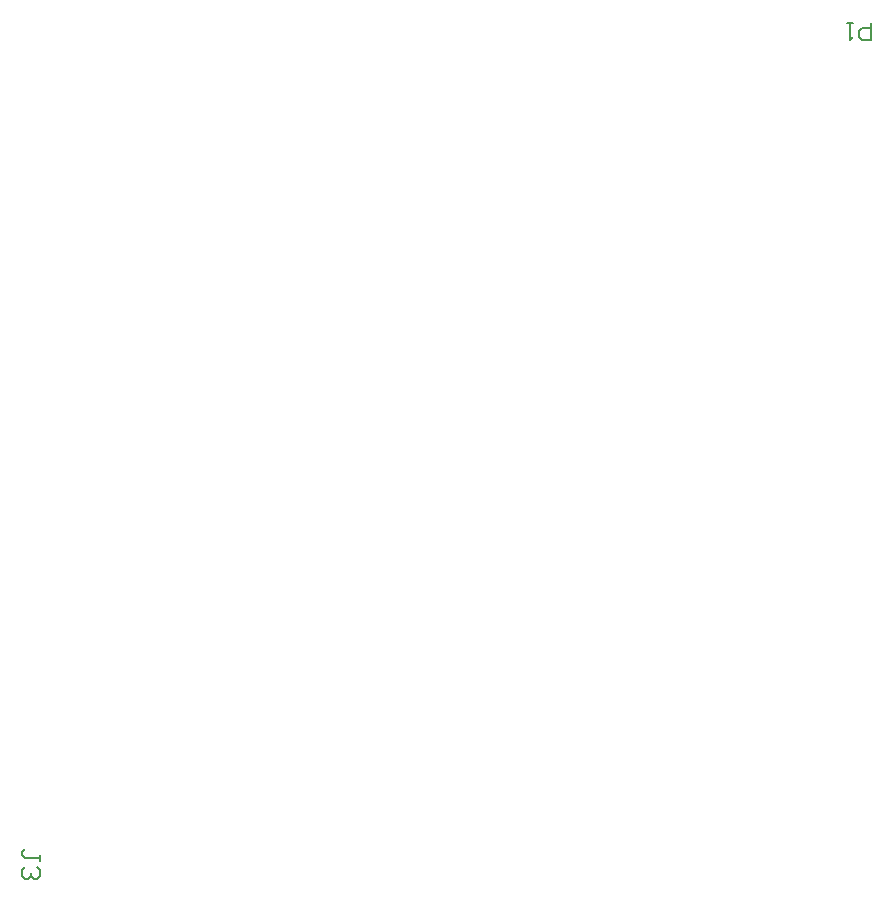
<source format=gbr>
G04*
G04 #@! TF.GenerationSoftware,Altium Limited,Altium Designer,25.2.1 (25)*
G04*
G04 Layer_Color=32768*
%FSLAX25Y25*%
%MOIN*%
G70*
G04*
G04 #@! TF.SameCoordinates,93333BF9-B9FA-480E-9F15-3530D08D3613*
G04*
G04*
G04 #@! TF.FilePolarity,Positive*
G04*
G01*
G75*
%ADD142C,0.00591*%
D142*
X304936Y333952D02*
Y328048D01*
X301984D01*
X301000Y329032D01*
Y331000D01*
X301984Y331984D01*
X304936D01*
X299032Y333952D02*
X297064D01*
X298048D01*
Y328048D01*
X299032Y329032D01*
X27952Y54484D02*
Y56452D01*
Y55468D01*
X23032D01*
X22048Y56452D01*
Y57436D01*
X23032Y58420D01*
X26968Y52516D02*
X27952Y51532D01*
Y49564D01*
X26968Y48580D01*
X25984D01*
X25000Y49564D01*
Y50548D01*
Y49564D01*
X24016Y48580D01*
X23032D01*
X22048Y49564D01*
Y51532D01*
X23032Y52516D01*
M02*

</source>
